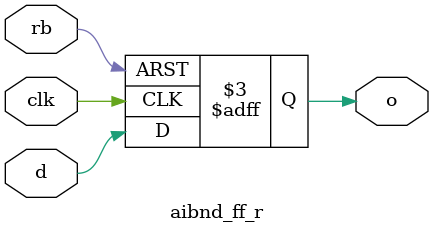
<source format=v>

module aibnd_ff_r ( 
	input wire clk,
	input wire rb,
	input wire d,
	//input wire vss,
	//input wire vcc,
	output reg o
);

always@(posedge clk or negedge rb) begin
	if (!rb) begin
		o <= 1'b0;
	end
	else begin
		o <= d;
	end
end
endmodule





</source>
